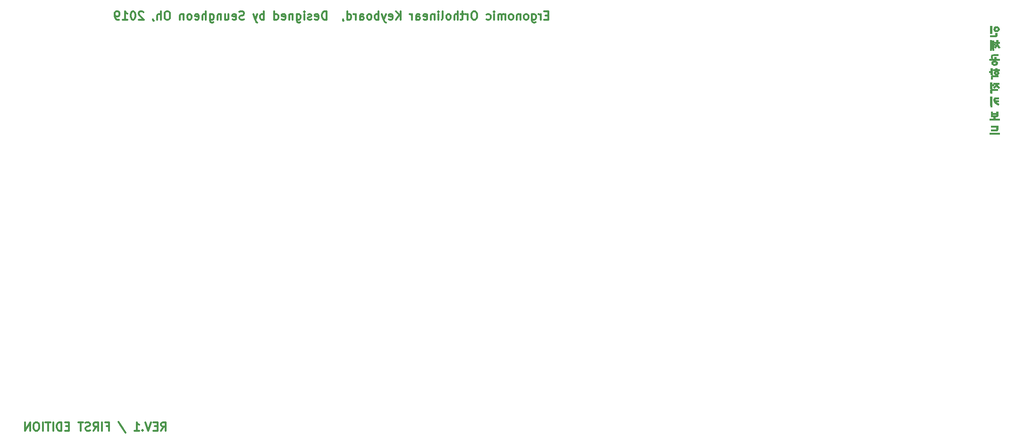
<source format=gbo>
G04 #@! TF.GenerationSoftware,KiCad,Pcbnew,(5.1.2)-1*
G04 #@! TF.CreationDate,2019-05-03T22:44:58-04:00*
G04 #@! TF.ProjectId,Ergonomic_Ortholinear_Keyboard,4572676f-6e6f-46d6-9963-5f4f7274686f,rev?*
G04 #@! TF.SameCoordinates,Original*
G04 #@! TF.FileFunction,Legend,Bot*
G04 #@! TF.FilePolarity,Positive*
%FSLAX46Y46*%
G04 Gerber Fmt 4.6, Leading zero omitted, Abs format (unit mm)*
G04 Created by KiCad (PCBNEW (5.1.2)-1) date 2019-05-03 22:44:58*
%MOMM*%
%LPD*%
G04 APERTURE LIST*
%ADD10C,0.300000*%
%ADD11C,0.010000*%
G04 APERTURE END LIST*
D10*
X55690000Y-104258571D02*
X56190000Y-103544285D01*
X56547142Y-104258571D02*
X56547142Y-102758571D01*
X55975714Y-102758571D01*
X55832857Y-102830000D01*
X55761428Y-102901428D01*
X55690000Y-103044285D01*
X55690000Y-103258571D01*
X55761428Y-103401428D01*
X55832857Y-103472857D01*
X55975714Y-103544285D01*
X56547142Y-103544285D01*
X55047142Y-103472857D02*
X54547142Y-103472857D01*
X54332857Y-104258571D02*
X55047142Y-104258571D01*
X55047142Y-102758571D01*
X54332857Y-102758571D01*
X53904285Y-102758571D02*
X53404285Y-104258571D01*
X52904285Y-102758571D01*
X52404285Y-104115714D02*
X52332857Y-104187142D01*
X52404285Y-104258571D01*
X52475714Y-104187142D01*
X52404285Y-104115714D01*
X52404285Y-104258571D01*
X50904285Y-104258571D02*
X51761428Y-104258571D01*
X51332857Y-104258571D02*
X51332857Y-102758571D01*
X51475714Y-102972857D01*
X51618571Y-103115714D01*
X51761428Y-103187142D01*
X48047142Y-102687142D02*
X49332857Y-104615714D01*
X45904285Y-103472857D02*
X46404285Y-103472857D01*
X46404285Y-104258571D02*
X46404285Y-102758571D01*
X45690000Y-102758571D01*
X45118571Y-104258571D02*
X45118571Y-102758571D01*
X43547142Y-104258571D02*
X44047142Y-103544285D01*
X44404285Y-104258571D02*
X44404285Y-102758571D01*
X43832857Y-102758571D01*
X43690000Y-102830000D01*
X43618571Y-102901428D01*
X43547142Y-103044285D01*
X43547142Y-103258571D01*
X43618571Y-103401428D01*
X43690000Y-103472857D01*
X43832857Y-103544285D01*
X44404285Y-103544285D01*
X42975714Y-104187142D02*
X42761428Y-104258571D01*
X42404285Y-104258571D01*
X42261428Y-104187142D01*
X42190000Y-104115714D01*
X42118571Y-103972857D01*
X42118571Y-103830000D01*
X42190000Y-103687142D01*
X42261428Y-103615714D01*
X42404285Y-103544285D01*
X42690000Y-103472857D01*
X42832857Y-103401428D01*
X42904285Y-103330000D01*
X42975714Y-103187142D01*
X42975714Y-103044285D01*
X42904285Y-102901428D01*
X42832857Y-102830000D01*
X42690000Y-102758571D01*
X42332857Y-102758571D01*
X42118571Y-102830000D01*
X41690000Y-102758571D02*
X40832857Y-102758571D01*
X41261428Y-104258571D02*
X41261428Y-102758571D01*
X39190000Y-103472857D02*
X38690000Y-103472857D01*
X38475714Y-104258571D02*
X39190000Y-104258571D01*
X39190000Y-102758571D01*
X38475714Y-102758571D01*
X37832857Y-104258571D02*
X37832857Y-102758571D01*
X37475714Y-102758571D01*
X37261428Y-102830000D01*
X37118571Y-102972857D01*
X37047142Y-103115714D01*
X36975714Y-103401428D01*
X36975714Y-103615714D01*
X37047142Y-103901428D01*
X37118571Y-104044285D01*
X37261428Y-104187142D01*
X37475714Y-104258571D01*
X37832857Y-104258571D01*
X36332857Y-104258571D02*
X36332857Y-102758571D01*
X35832857Y-102758571D02*
X34975714Y-102758571D01*
X35404285Y-104258571D02*
X35404285Y-102758571D01*
X34475714Y-104258571D02*
X34475714Y-102758571D01*
X33475714Y-102758571D02*
X33190000Y-102758571D01*
X33047142Y-102830000D01*
X32904285Y-102972857D01*
X32832857Y-103258571D01*
X32832857Y-103758571D01*
X32904285Y-104044285D01*
X33047142Y-104187142D01*
X33190000Y-104258571D01*
X33475714Y-104258571D01*
X33618571Y-104187142D01*
X33761428Y-104044285D01*
X33832857Y-103758571D01*
X33832857Y-103258571D01*
X33761428Y-102972857D01*
X33618571Y-102830000D01*
X33475714Y-102758571D01*
X32190000Y-104258571D02*
X32190000Y-102758571D01*
X31332857Y-104258571D01*
X31332857Y-102758571D01*
X125177142Y-29582857D02*
X124677142Y-29582857D01*
X124462857Y-30368571D02*
X125177142Y-30368571D01*
X125177142Y-28868571D01*
X124462857Y-28868571D01*
X123819999Y-30368571D02*
X123819999Y-29368571D01*
X123819999Y-29654285D02*
X123748571Y-29511428D01*
X123677142Y-29440000D01*
X123534285Y-29368571D01*
X123391428Y-29368571D01*
X122248571Y-29368571D02*
X122248571Y-30582857D01*
X122319999Y-30725714D01*
X122391428Y-30797142D01*
X122534285Y-30868571D01*
X122748571Y-30868571D01*
X122891428Y-30797142D01*
X122248571Y-30297142D02*
X122391428Y-30368571D01*
X122677142Y-30368571D01*
X122819999Y-30297142D01*
X122891428Y-30225714D01*
X122962857Y-30082857D01*
X122962857Y-29654285D01*
X122891428Y-29511428D01*
X122819999Y-29440000D01*
X122677142Y-29368571D01*
X122391428Y-29368571D01*
X122248571Y-29440000D01*
X121319999Y-30368571D02*
X121462857Y-30297142D01*
X121534285Y-30225714D01*
X121605714Y-30082857D01*
X121605714Y-29654285D01*
X121534285Y-29511428D01*
X121462857Y-29440000D01*
X121319999Y-29368571D01*
X121105714Y-29368571D01*
X120962857Y-29440000D01*
X120891428Y-29511428D01*
X120819999Y-29654285D01*
X120819999Y-30082857D01*
X120891428Y-30225714D01*
X120962857Y-30297142D01*
X121105714Y-30368571D01*
X121319999Y-30368571D01*
X120177142Y-29368571D02*
X120177142Y-30368571D01*
X120177142Y-29511428D02*
X120105714Y-29440000D01*
X119962857Y-29368571D01*
X119748571Y-29368571D01*
X119605714Y-29440000D01*
X119534285Y-29582857D01*
X119534285Y-30368571D01*
X118605714Y-30368571D02*
X118748571Y-30297142D01*
X118820000Y-30225714D01*
X118891428Y-30082857D01*
X118891428Y-29654285D01*
X118820000Y-29511428D01*
X118748571Y-29440000D01*
X118605714Y-29368571D01*
X118391428Y-29368571D01*
X118248571Y-29440000D01*
X118177142Y-29511428D01*
X118105714Y-29654285D01*
X118105714Y-30082857D01*
X118177142Y-30225714D01*
X118248571Y-30297142D01*
X118391428Y-30368571D01*
X118605714Y-30368571D01*
X117462857Y-30368571D02*
X117462857Y-29368571D01*
X117462857Y-29511428D02*
X117391428Y-29440000D01*
X117248571Y-29368571D01*
X117034285Y-29368571D01*
X116891428Y-29440000D01*
X116820000Y-29582857D01*
X116820000Y-30368571D01*
X116820000Y-29582857D02*
X116748571Y-29440000D01*
X116605714Y-29368571D01*
X116391428Y-29368571D01*
X116248571Y-29440000D01*
X116177142Y-29582857D01*
X116177142Y-30368571D01*
X115462857Y-30368571D02*
X115462857Y-29368571D01*
X115462857Y-28868571D02*
X115534285Y-28940000D01*
X115462857Y-29011428D01*
X115391428Y-28940000D01*
X115462857Y-28868571D01*
X115462857Y-29011428D01*
X114105714Y-30297142D02*
X114248571Y-30368571D01*
X114534285Y-30368571D01*
X114677142Y-30297142D01*
X114748571Y-30225714D01*
X114820000Y-30082857D01*
X114820000Y-29654285D01*
X114748571Y-29511428D01*
X114677142Y-29440000D01*
X114534285Y-29368571D01*
X114248571Y-29368571D01*
X114105714Y-29440000D01*
X112034285Y-28868571D02*
X111748571Y-28868571D01*
X111605714Y-28940000D01*
X111462857Y-29082857D01*
X111391428Y-29368571D01*
X111391428Y-29868571D01*
X111462857Y-30154285D01*
X111605714Y-30297142D01*
X111748571Y-30368571D01*
X112034285Y-30368571D01*
X112177142Y-30297142D01*
X112320000Y-30154285D01*
X112391428Y-29868571D01*
X112391428Y-29368571D01*
X112320000Y-29082857D01*
X112177142Y-28940000D01*
X112034285Y-28868571D01*
X110748571Y-30368571D02*
X110748571Y-29368571D01*
X110748571Y-29654285D02*
X110677142Y-29511428D01*
X110605714Y-29440000D01*
X110462857Y-29368571D01*
X110320000Y-29368571D01*
X110034285Y-29368571D02*
X109462857Y-29368571D01*
X109820000Y-28868571D02*
X109820000Y-30154285D01*
X109748571Y-30297142D01*
X109605714Y-30368571D01*
X109462857Y-30368571D01*
X108962857Y-30368571D02*
X108962857Y-28868571D01*
X108320000Y-30368571D02*
X108320000Y-29582857D01*
X108391428Y-29440000D01*
X108534285Y-29368571D01*
X108748571Y-29368571D01*
X108891428Y-29440000D01*
X108962857Y-29511428D01*
X107391428Y-30368571D02*
X107534285Y-30297142D01*
X107605714Y-30225714D01*
X107677142Y-30082857D01*
X107677142Y-29654285D01*
X107605714Y-29511428D01*
X107534285Y-29440000D01*
X107391428Y-29368571D01*
X107177142Y-29368571D01*
X107034285Y-29440000D01*
X106962857Y-29511428D01*
X106891428Y-29654285D01*
X106891428Y-30082857D01*
X106962857Y-30225714D01*
X107034285Y-30297142D01*
X107177142Y-30368571D01*
X107391428Y-30368571D01*
X106034285Y-30368571D02*
X106177142Y-30297142D01*
X106248571Y-30154285D01*
X106248571Y-28868571D01*
X105462857Y-30368571D02*
X105462857Y-29368571D01*
X105462857Y-28868571D02*
X105534285Y-28940000D01*
X105462857Y-29011428D01*
X105391428Y-28940000D01*
X105462857Y-28868571D01*
X105462857Y-29011428D01*
X104748571Y-29368571D02*
X104748571Y-30368571D01*
X104748571Y-29511428D02*
X104677142Y-29440000D01*
X104534285Y-29368571D01*
X104320000Y-29368571D01*
X104177142Y-29440000D01*
X104105714Y-29582857D01*
X104105714Y-30368571D01*
X102820000Y-30297142D02*
X102962857Y-30368571D01*
X103248571Y-30368571D01*
X103391428Y-30297142D01*
X103462857Y-30154285D01*
X103462857Y-29582857D01*
X103391428Y-29440000D01*
X103248571Y-29368571D01*
X102962857Y-29368571D01*
X102820000Y-29440000D01*
X102748571Y-29582857D01*
X102748571Y-29725714D01*
X103462857Y-29868571D01*
X101462857Y-30368571D02*
X101462857Y-29582857D01*
X101534285Y-29440000D01*
X101677142Y-29368571D01*
X101962857Y-29368571D01*
X102105714Y-29440000D01*
X101462857Y-30297142D02*
X101605714Y-30368571D01*
X101962857Y-30368571D01*
X102105714Y-30297142D01*
X102177142Y-30154285D01*
X102177142Y-30011428D01*
X102105714Y-29868571D01*
X101962857Y-29797142D01*
X101605714Y-29797142D01*
X101462857Y-29725714D01*
X100748571Y-30368571D02*
X100748571Y-29368571D01*
X100748571Y-29654285D02*
X100677142Y-29511428D01*
X100605714Y-29440000D01*
X100462857Y-29368571D01*
X100320000Y-29368571D01*
X98677142Y-30368571D02*
X98677142Y-28868571D01*
X97820000Y-30368571D02*
X98462857Y-29511428D01*
X97820000Y-28868571D02*
X98677142Y-29725714D01*
X96605714Y-30297142D02*
X96748571Y-30368571D01*
X97034285Y-30368571D01*
X97177142Y-30297142D01*
X97248571Y-30154285D01*
X97248571Y-29582857D01*
X97177142Y-29440000D01*
X97034285Y-29368571D01*
X96748571Y-29368571D01*
X96605714Y-29440000D01*
X96534285Y-29582857D01*
X96534285Y-29725714D01*
X97248571Y-29868571D01*
X96034285Y-29368571D02*
X95677142Y-30368571D01*
X95320000Y-29368571D02*
X95677142Y-30368571D01*
X95820000Y-30725714D01*
X95891428Y-30797142D01*
X96034285Y-30868571D01*
X94748571Y-30368571D02*
X94748571Y-28868571D01*
X94748571Y-29440000D02*
X94605714Y-29368571D01*
X94320000Y-29368571D01*
X94177142Y-29440000D01*
X94105714Y-29511428D01*
X94034285Y-29654285D01*
X94034285Y-30082857D01*
X94105714Y-30225714D01*
X94177142Y-30297142D01*
X94320000Y-30368571D01*
X94605714Y-30368571D01*
X94748571Y-30297142D01*
X93177142Y-30368571D02*
X93320000Y-30297142D01*
X93391428Y-30225714D01*
X93462857Y-30082857D01*
X93462857Y-29654285D01*
X93391428Y-29511428D01*
X93320000Y-29440000D01*
X93177142Y-29368571D01*
X92962857Y-29368571D01*
X92820000Y-29440000D01*
X92748571Y-29511428D01*
X92677142Y-29654285D01*
X92677142Y-30082857D01*
X92748571Y-30225714D01*
X92820000Y-30297142D01*
X92962857Y-30368571D01*
X93177142Y-30368571D01*
X91391428Y-30368571D02*
X91391428Y-29582857D01*
X91462857Y-29440000D01*
X91605714Y-29368571D01*
X91891428Y-29368571D01*
X92034285Y-29440000D01*
X91391428Y-30297142D02*
X91534285Y-30368571D01*
X91891428Y-30368571D01*
X92034285Y-30297142D01*
X92105714Y-30154285D01*
X92105714Y-30011428D01*
X92034285Y-29868571D01*
X91891428Y-29797142D01*
X91534285Y-29797142D01*
X91391428Y-29725714D01*
X90677142Y-30368571D02*
X90677142Y-29368571D01*
X90677142Y-29654285D02*
X90605714Y-29511428D01*
X90534285Y-29440000D01*
X90391428Y-29368571D01*
X90248571Y-29368571D01*
X89105714Y-30368571D02*
X89105714Y-28868571D01*
X89105714Y-30297142D02*
X89248571Y-30368571D01*
X89534285Y-30368571D01*
X89677142Y-30297142D01*
X89748571Y-30225714D01*
X89820000Y-30082857D01*
X89820000Y-29654285D01*
X89748571Y-29511428D01*
X89677142Y-29440000D01*
X89534285Y-29368571D01*
X89248571Y-29368571D01*
X89105714Y-29440000D01*
X88320000Y-30297142D02*
X88320000Y-30368571D01*
X88391428Y-30511428D01*
X88462857Y-30582857D01*
X85391428Y-30368571D02*
X85391428Y-28868571D01*
X85034285Y-28868571D01*
X84820000Y-28940000D01*
X84677142Y-29082857D01*
X84605714Y-29225714D01*
X84534285Y-29511428D01*
X84534285Y-29725714D01*
X84605714Y-30011428D01*
X84677142Y-30154285D01*
X84820000Y-30297142D01*
X85034285Y-30368571D01*
X85391428Y-30368571D01*
X83320000Y-30297142D02*
X83462857Y-30368571D01*
X83748571Y-30368571D01*
X83891428Y-30297142D01*
X83962857Y-30154285D01*
X83962857Y-29582857D01*
X83891428Y-29440000D01*
X83748571Y-29368571D01*
X83462857Y-29368571D01*
X83320000Y-29440000D01*
X83248571Y-29582857D01*
X83248571Y-29725714D01*
X83962857Y-29868571D01*
X82677142Y-30297142D02*
X82534285Y-30368571D01*
X82248571Y-30368571D01*
X82105714Y-30297142D01*
X82034285Y-30154285D01*
X82034285Y-30082857D01*
X82105714Y-29940000D01*
X82248571Y-29868571D01*
X82462857Y-29868571D01*
X82605714Y-29797142D01*
X82677142Y-29654285D01*
X82677142Y-29582857D01*
X82605714Y-29440000D01*
X82462857Y-29368571D01*
X82248571Y-29368571D01*
X82105714Y-29440000D01*
X81391428Y-30368571D02*
X81391428Y-29368571D01*
X81391428Y-28868571D02*
X81462857Y-28940000D01*
X81391428Y-29011428D01*
X81320000Y-28940000D01*
X81391428Y-28868571D01*
X81391428Y-29011428D01*
X80034285Y-29368571D02*
X80034285Y-30582857D01*
X80105714Y-30725714D01*
X80177142Y-30797142D01*
X80320000Y-30868571D01*
X80534285Y-30868571D01*
X80677142Y-30797142D01*
X80034285Y-30297142D02*
X80177142Y-30368571D01*
X80462857Y-30368571D01*
X80605714Y-30297142D01*
X80677142Y-30225714D01*
X80748571Y-30082857D01*
X80748571Y-29654285D01*
X80677142Y-29511428D01*
X80605714Y-29440000D01*
X80462857Y-29368571D01*
X80177142Y-29368571D01*
X80034285Y-29440000D01*
X79320000Y-29368571D02*
X79320000Y-30368571D01*
X79320000Y-29511428D02*
X79248571Y-29440000D01*
X79105714Y-29368571D01*
X78891428Y-29368571D01*
X78748571Y-29440000D01*
X78677142Y-29582857D01*
X78677142Y-30368571D01*
X77391428Y-30297142D02*
X77534285Y-30368571D01*
X77820000Y-30368571D01*
X77962857Y-30297142D01*
X78034285Y-30154285D01*
X78034285Y-29582857D01*
X77962857Y-29440000D01*
X77820000Y-29368571D01*
X77534285Y-29368571D01*
X77391428Y-29440000D01*
X77320000Y-29582857D01*
X77320000Y-29725714D01*
X78034285Y-29868571D01*
X76034285Y-30368571D02*
X76034285Y-28868571D01*
X76034285Y-30297142D02*
X76177142Y-30368571D01*
X76462857Y-30368571D01*
X76605714Y-30297142D01*
X76677142Y-30225714D01*
X76748571Y-30082857D01*
X76748571Y-29654285D01*
X76677142Y-29511428D01*
X76605714Y-29440000D01*
X76462857Y-29368571D01*
X76177142Y-29368571D01*
X76034285Y-29440000D01*
X74177142Y-30368571D02*
X74177142Y-28868571D01*
X74177142Y-29440000D02*
X74034285Y-29368571D01*
X73748571Y-29368571D01*
X73605714Y-29440000D01*
X73534285Y-29511428D01*
X73462857Y-29654285D01*
X73462857Y-30082857D01*
X73534285Y-30225714D01*
X73605714Y-30297142D01*
X73748571Y-30368571D01*
X74034285Y-30368571D01*
X74177142Y-30297142D01*
X72962857Y-29368571D02*
X72605714Y-30368571D01*
X72248571Y-29368571D02*
X72605714Y-30368571D01*
X72748571Y-30725714D01*
X72820000Y-30797142D01*
X72962857Y-30868571D01*
X70605714Y-30297142D02*
X70391428Y-30368571D01*
X70034285Y-30368571D01*
X69891428Y-30297142D01*
X69820000Y-30225714D01*
X69748571Y-30082857D01*
X69748571Y-29940000D01*
X69820000Y-29797142D01*
X69891428Y-29725714D01*
X70034285Y-29654285D01*
X70320000Y-29582857D01*
X70462857Y-29511428D01*
X70534285Y-29440000D01*
X70605714Y-29297142D01*
X70605714Y-29154285D01*
X70534285Y-29011428D01*
X70462857Y-28940000D01*
X70320000Y-28868571D01*
X69962857Y-28868571D01*
X69748571Y-28940000D01*
X68534285Y-30297142D02*
X68677142Y-30368571D01*
X68962857Y-30368571D01*
X69105714Y-30297142D01*
X69177142Y-30154285D01*
X69177142Y-29582857D01*
X69105714Y-29440000D01*
X68962857Y-29368571D01*
X68677142Y-29368571D01*
X68534285Y-29440000D01*
X68462857Y-29582857D01*
X68462857Y-29725714D01*
X69177142Y-29868571D01*
X67177142Y-29368571D02*
X67177142Y-30368571D01*
X67820000Y-29368571D02*
X67820000Y-30154285D01*
X67748571Y-30297142D01*
X67605714Y-30368571D01*
X67391428Y-30368571D01*
X67248571Y-30297142D01*
X67177142Y-30225714D01*
X66462857Y-29368571D02*
X66462857Y-30368571D01*
X66462857Y-29511428D02*
X66391428Y-29440000D01*
X66248571Y-29368571D01*
X66034285Y-29368571D01*
X65891428Y-29440000D01*
X65820000Y-29582857D01*
X65820000Y-30368571D01*
X64462857Y-29368571D02*
X64462857Y-30582857D01*
X64534285Y-30725714D01*
X64605714Y-30797142D01*
X64748571Y-30868571D01*
X64962857Y-30868571D01*
X65105714Y-30797142D01*
X64462857Y-30297142D02*
X64605714Y-30368571D01*
X64891428Y-30368571D01*
X65034285Y-30297142D01*
X65105714Y-30225714D01*
X65177142Y-30082857D01*
X65177142Y-29654285D01*
X65105714Y-29511428D01*
X65034285Y-29440000D01*
X64891428Y-29368571D01*
X64605714Y-29368571D01*
X64462857Y-29440000D01*
X63748571Y-30368571D02*
X63748571Y-28868571D01*
X63105714Y-30368571D02*
X63105714Y-29582857D01*
X63177142Y-29440000D01*
X63319999Y-29368571D01*
X63534285Y-29368571D01*
X63677142Y-29440000D01*
X63748571Y-29511428D01*
X61819999Y-30297142D02*
X61962857Y-30368571D01*
X62248571Y-30368571D01*
X62391428Y-30297142D01*
X62462857Y-30154285D01*
X62462857Y-29582857D01*
X62391428Y-29440000D01*
X62248571Y-29368571D01*
X61962857Y-29368571D01*
X61819999Y-29440000D01*
X61748571Y-29582857D01*
X61748571Y-29725714D01*
X62462857Y-29868571D01*
X60891428Y-30368571D02*
X61034285Y-30297142D01*
X61105714Y-30225714D01*
X61177142Y-30082857D01*
X61177142Y-29654285D01*
X61105714Y-29511428D01*
X61034285Y-29440000D01*
X60891428Y-29368571D01*
X60677142Y-29368571D01*
X60534285Y-29440000D01*
X60462857Y-29511428D01*
X60391428Y-29654285D01*
X60391428Y-30082857D01*
X60462857Y-30225714D01*
X60534285Y-30297142D01*
X60677142Y-30368571D01*
X60891428Y-30368571D01*
X59748571Y-29368571D02*
X59748571Y-30368571D01*
X59748571Y-29511428D02*
X59677142Y-29440000D01*
X59534285Y-29368571D01*
X59320000Y-29368571D01*
X59177142Y-29440000D01*
X59105714Y-29582857D01*
X59105714Y-30368571D01*
X56962857Y-28868571D02*
X56677142Y-28868571D01*
X56534285Y-28940000D01*
X56391428Y-29082857D01*
X56320000Y-29368571D01*
X56320000Y-29868571D01*
X56391428Y-30154285D01*
X56534285Y-30297142D01*
X56677142Y-30368571D01*
X56962857Y-30368571D01*
X57105714Y-30297142D01*
X57248571Y-30154285D01*
X57320000Y-29868571D01*
X57320000Y-29368571D01*
X57248571Y-29082857D01*
X57105714Y-28940000D01*
X56962857Y-28868571D01*
X55677142Y-30368571D02*
X55677142Y-28868571D01*
X55034285Y-30368571D02*
X55034285Y-29582857D01*
X55105714Y-29440000D01*
X55248571Y-29368571D01*
X55462857Y-29368571D01*
X55605714Y-29440000D01*
X55677142Y-29511428D01*
X54248571Y-30297142D02*
X54248571Y-30368571D01*
X54320000Y-30511428D01*
X54391428Y-30582857D01*
X52534285Y-29011428D02*
X52462857Y-28940000D01*
X52320000Y-28868571D01*
X51962857Y-28868571D01*
X51820000Y-28940000D01*
X51748571Y-29011428D01*
X51677142Y-29154285D01*
X51677142Y-29297142D01*
X51748571Y-29511428D01*
X52605714Y-30368571D01*
X51677142Y-30368571D01*
X50748571Y-28868571D02*
X50605714Y-28868571D01*
X50462857Y-28940000D01*
X50391428Y-29011428D01*
X50320000Y-29154285D01*
X50248571Y-29440000D01*
X50248571Y-29797142D01*
X50320000Y-30082857D01*
X50391428Y-30225714D01*
X50462857Y-30297142D01*
X50605714Y-30368571D01*
X50748571Y-30368571D01*
X50891428Y-30297142D01*
X50962857Y-30225714D01*
X51034285Y-30082857D01*
X51105714Y-29797142D01*
X51105714Y-29440000D01*
X51034285Y-29154285D01*
X50962857Y-29011428D01*
X50891428Y-28940000D01*
X50748571Y-28868571D01*
X48820000Y-30368571D02*
X49677142Y-30368571D01*
X49248571Y-30368571D02*
X49248571Y-28868571D01*
X49391428Y-29082857D01*
X49534285Y-29225714D01*
X49677142Y-29297142D01*
X48105714Y-30368571D02*
X47820000Y-30368571D01*
X47677142Y-30297142D01*
X47605714Y-30225714D01*
X47462857Y-30011428D01*
X47391428Y-29725714D01*
X47391428Y-29154285D01*
X47462857Y-29011428D01*
X47534285Y-28940000D01*
X47677142Y-28868571D01*
X47962857Y-28868571D01*
X48105714Y-28940000D01*
X48177142Y-29011428D01*
X48248571Y-29154285D01*
X48248571Y-29511428D01*
X48177142Y-29654285D01*
X48105714Y-29725714D01*
X47962857Y-29797142D01*
X47677142Y-29797142D01*
X47534285Y-29725714D01*
X47462857Y-29654285D01*
X47391428Y-29511428D01*
D11*
G36*
X205224233Y-50679019D02*
G01*
X204314066Y-50683400D01*
X204314066Y-50920467D01*
X205224233Y-50924847D01*
X206134399Y-50929227D01*
X206134399Y-50674639D01*
X205224233Y-50679019D01*
X205224233Y-50679019D01*
G37*
X205224233Y-50679019D02*
X204314066Y-50683400D01*
X204314066Y-50920467D01*
X205224233Y-50924847D01*
X206134399Y-50929227D01*
X206134399Y-50674639D01*
X205224233Y-50679019D01*
G36*
X205241166Y-49425896D02*
G01*
X204601933Y-49430333D01*
X204596793Y-49539964D01*
X204595693Y-49603531D01*
X204600875Y-49642309D01*
X204613968Y-49665054D01*
X204621196Y-49671197D01*
X204639642Y-49678103D01*
X204675922Y-49683507D01*
X204733038Y-49687543D01*
X204813992Y-49690341D01*
X204921786Y-49692034D01*
X205059421Y-49692754D01*
X205113169Y-49692800D01*
X205575600Y-49692800D01*
X205575600Y-49885558D01*
X205575274Y-49968777D01*
X205573531Y-50024236D01*
X205569227Y-50058045D01*
X205561213Y-50076309D01*
X205548344Y-50085135D01*
X205537500Y-50088527D01*
X205510810Y-50091265D01*
X205455149Y-50093743D01*
X205375411Y-50095857D01*
X205276492Y-50097503D01*
X205163286Y-50098575D01*
X205047432Y-50098969D01*
X204898018Y-50099694D01*
X204775825Y-50101666D01*
X204682385Y-50104826D01*
X204619229Y-50109116D01*
X204587888Y-50114479D01*
X204584789Y-50116473D01*
X204578925Y-50141909D01*
X204575048Y-50189295D01*
X204574114Y-50230116D01*
X204577323Y-50292860D01*
X204588366Y-50330637D01*
X204603960Y-50348309D01*
X204630439Y-50355293D01*
X204685495Y-50360989D01*
X204763862Y-50365410D01*
X204860275Y-50368568D01*
X204969468Y-50370473D01*
X205086176Y-50371138D01*
X205205133Y-50370576D01*
X205321074Y-50368796D01*
X205428734Y-50365813D01*
X205522847Y-50361636D01*
X205598148Y-50356278D01*
X205649372Y-50349752D01*
X205664660Y-50345930D01*
X205721107Y-50321896D01*
X205764732Y-50291243D01*
X205806962Y-50244779D01*
X205832423Y-50210959D01*
X205880400Y-50144919D01*
X205880400Y-49421459D01*
X205241166Y-49425896D01*
X205241166Y-49425896D01*
G37*
X205241166Y-49425896D02*
X204601933Y-49430333D01*
X204596793Y-49539964D01*
X204595693Y-49603531D01*
X204600875Y-49642309D01*
X204613968Y-49665054D01*
X204621196Y-49671197D01*
X204639642Y-49678103D01*
X204675922Y-49683507D01*
X204733038Y-49687543D01*
X204813992Y-49690341D01*
X204921786Y-49692034D01*
X205059421Y-49692754D01*
X205113169Y-49692800D01*
X205575600Y-49692800D01*
X205575600Y-49885558D01*
X205575274Y-49968777D01*
X205573531Y-50024236D01*
X205569227Y-50058045D01*
X205561213Y-50076309D01*
X205548344Y-50085135D01*
X205537500Y-50088527D01*
X205510810Y-50091265D01*
X205455149Y-50093743D01*
X205375411Y-50095857D01*
X205276492Y-50097503D01*
X205163286Y-50098575D01*
X205047432Y-50098969D01*
X204898018Y-50099694D01*
X204775825Y-50101666D01*
X204682385Y-50104826D01*
X204619229Y-50109116D01*
X204587888Y-50114479D01*
X204584789Y-50116473D01*
X204578925Y-50141909D01*
X204575048Y-50189295D01*
X204574114Y-50230116D01*
X204577323Y-50292860D01*
X204588366Y-50330637D01*
X204603960Y-50348309D01*
X204630439Y-50355293D01*
X204685495Y-50360989D01*
X204763862Y-50365410D01*
X204860275Y-50368568D01*
X204969468Y-50370473D01*
X205086176Y-50371138D01*
X205205133Y-50370576D01*
X205321074Y-50368796D01*
X205428734Y-50365813D01*
X205522847Y-50361636D01*
X205598148Y-50356278D01*
X205649372Y-50349752D01*
X205664660Y-50345930D01*
X205721107Y-50321896D01*
X205764732Y-50291243D01*
X205806962Y-50244779D01*
X205832423Y-50210959D01*
X205880400Y-50144919D01*
X205880400Y-49421459D01*
X205241166Y-49425896D01*
G36*
X205575600Y-47118933D02*
G01*
X204881333Y-47118933D01*
X204881333Y-46864933D01*
X204576533Y-46864933D01*
X204576533Y-47295936D01*
X204576968Y-47441048D01*
X204578584Y-47556025D01*
X204581845Y-47644592D01*
X204587217Y-47710474D01*
X204595164Y-47757395D01*
X204606150Y-47789080D01*
X204620642Y-47809253D01*
X204639103Y-47821639D01*
X204642326Y-47823092D01*
X204669441Y-47828411D01*
X204722532Y-47834016D01*
X204793725Y-47839213D01*
X204868633Y-47843044D01*
X205067600Y-47851241D01*
X205067600Y-48134285D01*
X204690833Y-48138843D01*
X204314066Y-48143400D01*
X204314066Y-48380467D01*
X205224233Y-48384847D01*
X206134399Y-48389227D01*
X206134399Y-48134933D01*
X205389333Y-48134933D01*
X205389333Y-47847067D01*
X205504278Y-47847067D01*
X205620946Y-47834628D01*
X205717721Y-47796165D01*
X205798297Y-47729958D01*
X205825123Y-47697583D01*
X205880400Y-47624300D01*
X205880400Y-47372933D01*
X205575600Y-47372933D01*
X205575600Y-47465225D01*
X205572487Y-47524983D01*
X205561654Y-47559615D01*
X205545966Y-47574777D01*
X205519084Y-47580683D01*
X205463337Y-47585669D01*
X205383719Y-47589479D01*
X205285225Y-47591856D01*
X205198833Y-47592552D01*
X204881333Y-47593067D01*
X204881333Y-47372933D01*
X205575600Y-47372933D01*
X205880400Y-47372933D01*
X205880400Y-46864933D01*
X205575600Y-46864933D01*
X205575600Y-47118933D01*
X205575600Y-47118933D01*
G37*
X205575600Y-47118933D02*
X204881333Y-47118933D01*
X204881333Y-46864933D01*
X204576533Y-46864933D01*
X204576533Y-47295936D01*
X204576968Y-47441048D01*
X204578584Y-47556025D01*
X204581845Y-47644592D01*
X204587217Y-47710474D01*
X204595164Y-47757395D01*
X204606150Y-47789080D01*
X204620642Y-47809253D01*
X204639103Y-47821639D01*
X204642326Y-47823092D01*
X204669441Y-47828411D01*
X204722532Y-47834016D01*
X204793725Y-47839213D01*
X204868633Y-47843044D01*
X205067600Y-47851241D01*
X205067600Y-48134285D01*
X204690833Y-48138843D01*
X204314066Y-48143400D01*
X204314066Y-48380467D01*
X205224233Y-48384847D01*
X206134399Y-48389227D01*
X206134399Y-48134933D01*
X205389333Y-48134933D01*
X205389333Y-47847067D01*
X205504278Y-47847067D01*
X205620946Y-47834628D01*
X205717721Y-47796165D01*
X205798297Y-47729958D01*
X205825123Y-47697583D01*
X205880400Y-47624300D01*
X205880400Y-47372933D01*
X205575600Y-47372933D01*
X205575600Y-47465225D01*
X205572487Y-47524983D01*
X205561654Y-47559615D01*
X205545966Y-47574777D01*
X205519084Y-47580683D01*
X205463337Y-47585669D01*
X205383719Y-47589479D01*
X205285225Y-47591856D01*
X205198833Y-47592552D01*
X204881333Y-47593067D01*
X204881333Y-47372933D01*
X205575600Y-47372933D01*
X205880400Y-47372933D01*
X205880400Y-46864933D01*
X205575600Y-46864933D01*
X205575600Y-47118933D01*
G36*
X204474933Y-45108946D02*
G01*
X204475133Y-45318253D01*
X204475765Y-45495711D01*
X204476872Y-45643336D01*
X204478502Y-45763145D01*
X204480697Y-45857152D01*
X204483505Y-45927373D01*
X204486970Y-45975826D01*
X204491137Y-46004524D01*
X204495253Y-46014880D01*
X204520576Y-46024184D01*
X204568376Y-46030942D01*
X204627765Y-46034795D01*
X204687859Y-46035383D01*
X204737770Y-46032346D01*
X204766614Y-46025324D01*
X204768444Y-46023911D01*
X204770598Y-46005298D01*
X204772618Y-45955989D01*
X204774463Y-45879158D01*
X204776095Y-45777975D01*
X204777473Y-45655611D01*
X204778559Y-45515239D01*
X204779312Y-45360031D01*
X204779693Y-45193157D01*
X204779733Y-45117978D01*
X204779733Y-44223333D01*
X204474933Y-44223333D01*
X204474933Y-45108946D01*
X204474933Y-45108946D01*
G37*
X204474933Y-45108946D02*
X204475133Y-45318253D01*
X204475765Y-45495711D01*
X204476872Y-45643336D01*
X204478502Y-45763145D01*
X204480697Y-45857152D01*
X204483505Y-45927373D01*
X204486970Y-45975826D01*
X204491137Y-46004524D01*
X204495253Y-46014880D01*
X204520576Y-46024184D01*
X204568376Y-46030942D01*
X204627765Y-46034795D01*
X204687859Y-46035383D01*
X204737770Y-46032346D01*
X204766614Y-46025324D01*
X204768444Y-46023911D01*
X204770598Y-46005298D01*
X204772618Y-45955989D01*
X204774463Y-45879158D01*
X204776095Y-45777975D01*
X204777473Y-45655611D01*
X204778559Y-45515239D01*
X204779312Y-45360031D01*
X204779693Y-45193157D01*
X204779733Y-45117978D01*
X204779733Y-44223333D01*
X204474933Y-44223333D01*
X204474933Y-45108946D01*
G36*
X205166625Y-44430766D02*
G01*
X205102846Y-44503891D01*
X205061873Y-44565431D01*
X205039537Y-44624277D01*
X205031667Y-44689320D01*
X205031625Y-44718579D01*
X205051893Y-44879261D01*
X205104878Y-45036061D01*
X205189517Y-45187518D01*
X205304748Y-45332170D01*
X205449507Y-45468557D01*
X205622731Y-45595218D01*
X205707145Y-45647170D01*
X205785758Y-45689473D01*
X205844311Y-45710134D01*
X205889061Y-45708834D01*
X205926259Y-45685251D01*
X205962160Y-45639066D01*
X205965439Y-45633951D01*
X205993598Y-45584852D01*
X206011902Y-45543926D01*
X206015866Y-45527067D01*
X206001988Y-45506582D01*
X205963268Y-45472496D01*
X205904076Y-45428343D01*
X205840462Y-45385230D01*
X205762547Y-45331826D01*
X205686303Y-45275143D01*
X205621350Y-45222571D01*
X205582865Y-45187314D01*
X205500673Y-45103866D01*
X205982000Y-45103866D01*
X205982000Y-44849866D01*
X205669732Y-44849866D01*
X205560047Y-44848992D01*
X205468850Y-44846511D01*
X205400275Y-44842635D01*
X205358457Y-44837575D01*
X205347249Y-44833337D01*
X205339457Y-44807935D01*
X205330993Y-44761639D01*
X205326957Y-44731737D01*
X205316882Y-44646666D01*
X205982000Y-44646666D01*
X205982000Y-44375733D01*
X205218090Y-44375733D01*
X205166625Y-44430766D01*
X205166625Y-44430766D01*
G37*
X205166625Y-44430766D02*
X205102846Y-44503891D01*
X205061873Y-44565431D01*
X205039537Y-44624277D01*
X205031667Y-44689320D01*
X205031625Y-44718579D01*
X205051893Y-44879261D01*
X205104878Y-45036061D01*
X205189517Y-45187518D01*
X205304748Y-45332170D01*
X205449507Y-45468557D01*
X205622731Y-45595218D01*
X205707145Y-45647170D01*
X205785758Y-45689473D01*
X205844311Y-45710134D01*
X205889061Y-45708834D01*
X205926259Y-45685251D01*
X205962160Y-45639066D01*
X205965439Y-45633951D01*
X205993598Y-45584852D01*
X206011902Y-45543926D01*
X206015866Y-45527067D01*
X206001988Y-45506582D01*
X205963268Y-45472496D01*
X205904076Y-45428343D01*
X205840462Y-45385230D01*
X205762547Y-45331826D01*
X205686303Y-45275143D01*
X205621350Y-45222571D01*
X205582865Y-45187314D01*
X205500673Y-45103866D01*
X205982000Y-45103866D01*
X205982000Y-44849866D01*
X205669732Y-44849866D01*
X205560047Y-44848992D01*
X205468850Y-44846511D01*
X205400275Y-44842635D01*
X205358457Y-44837575D01*
X205347249Y-44833337D01*
X205339457Y-44807935D01*
X205330993Y-44761639D01*
X205326957Y-44731737D01*
X205316882Y-44646666D01*
X205982000Y-44646666D01*
X205982000Y-44375733D01*
X205218090Y-44375733D01*
X205166625Y-44430766D01*
G36*
X204501293Y-42872434D02*
G01*
X204491919Y-42891304D01*
X204484976Y-42920451D01*
X204480136Y-42964518D01*
X204477069Y-43028143D01*
X204475445Y-43115967D01*
X204474935Y-43232631D01*
X204474933Y-43243583D01*
X204475437Y-43347875D01*
X204476842Y-43441605D01*
X204478987Y-43519102D01*
X204481709Y-43574698D01*
X204484847Y-43602723D01*
X204485211Y-43603882D01*
X204497839Y-43618051D01*
X204526713Y-43626371D01*
X204578482Y-43630103D01*
X204626322Y-43630666D01*
X204689941Y-43629298D01*
X204739750Y-43625675D01*
X204766629Y-43620521D01*
X204768444Y-43619378D01*
X204772350Y-43599353D01*
X204775670Y-43551592D01*
X204778149Y-43482226D01*
X204779532Y-43397382D01*
X204779733Y-43348444D01*
X204779733Y-43088800D01*
X205761866Y-43088800D01*
X205761866Y-42834800D01*
X204527653Y-42834800D01*
X204501293Y-42872434D01*
X204501293Y-42872434D01*
G37*
X204501293Y-42872434D02*
X204491919Y-42891304D01*
X204484976Y-42920451D01*
X204480136Y-42964518D01*
X204477069Y-43028143D01*
X204475445Y-43115967D01*
X204474935Y-43232631D01*
X204474933Y-43243583D01*
X204475437Y-43347875D01*
X204476842Y-43441605D01*
X204478987Y-43519102D01*
X204481709Y-43574698D01*
X204484847Y-43602723D01*
X204485211Y-43603882D01*
X204497839Y-43618051D01*
X204526713Y-43626371D01*
X204578482Y-43630103D01*
X204626322Y-43630666D01*
X204689941Y-43629298D01*
X204739750Y-43625675D01*
X204766629Y-43620521D01*
X204768444Y-43619378D01*
X204772350Y-43599353D01*
X204775670Y-43551592D01*
X204778149Y-43482226D01*
X204779532Y-43397382D01*
X204779733Y-43348444D01*
X204779733Y-43088800D01*
X205761866Y-43088800D01*
X205761866Y-42834800D01*
X204527653Y-42834800D01*
X204501293Y-42872434D01*
G36*
X204458000Y-42187946D02*
G01*
X204458396Y-42347930D01*
X204459647Y-42476452D01*
X204461841Y-42575910D01*
X204465068Y-42648701D01*
X204469418Y-42697221D01*
X204474982Y-42723869D01*
X204478319Y-42729813D01*
X204506090Y-42740898D01*
X204557863Y-42748131D01*
X204610400Y-42750133D01*
X204674398Y-42747099D01*
X204722279Y-42739001D01*
X204742480Y-42729813D01*
X204752506Y-42702306D01*
X204759126Y-42642822D01*
X204762399Y-42550666D01*
X204762800Y-42492746D01*
X204762800Y-42276000D01*
X205118400Y-42276000D01*
X205118400Y-42022000D01*
X204762800Y-42022000D01*
X204762800Y-41666400D01*
X204458000Y-41666400D01*
X204458000Y-42187946D01*
X204458000Y-42187946D01*
G37*
X204458000Y-42187946D02*
X204458396Y-42347930D01*
X204459647Y-42476452D01*
X204461841Y-42575910D01*
X204465068Y-42648701D01*
X204469418Y-42697221D01*
X204474982Y-42723869D01*
X204478319Y-42729813D01*
X204506090Y-42740898D01*
X204557863Y-42748131D01*
X204610400Y-42750133D01*
X204674398Y-42747099D01*
X204722279Y-42739001D01*
X204742480Y-42729813D01*
X204752506Y-42702306D01*
X204759126Y-42642822D01*
X204762399Y-42550666D01*
X204762800Y-42492746D01*
X204762800Y-42276000D01*
X205118400Y-42276000D01*
X205118400Y-42022000D01*
X204762800Y-42022000D01*
X204762800Y-41666400D01*
X204458000Y-41666400D01*
X204458000Y-42187946D01*
G36*
X205065219Y-41789167D02*
G01*
X205062418Y-41847836D01*
X205064310Y-41897505D01*
X205070716Y-41928550D01*
X205086575Y-41949436D01*
X205117568Y-41962132D01*
X205169375Y-41968609D01*
X205247677Y-41970836D01*
X205276174Y-41970969D01*
X205342242Y-41971535D01*
X205380804Y-41974292D01*
X205398221Y-41981257D01*
X205400855Y-41994447D01*
X205397057Y-42009300D01*
X205350095Y-42117573D01*
X205274079Y-42224921D01*
X205167253Y-42333585D01*
X205095194Y-42394352D01*
X205048163Y-42435365D01*
X205014106Y-42471753D01*
X204999935Y-42496064D01*
X204999866Y-42497138D01*
X205012302Y-42532196D01*
X205043603Y-42575956D01*
X205084763Y-42619020D01*
X205126775Y-42651988D01*
X205160630Y-42665460D01*
X205161173Y-42665466D01*
X205197658Y-42653455D01*
X205249784Y-42620916D01*
X205311219Y-42573095D01*
X205375633Y-42515234D01*
X205436693Y-42452578D01*
X205479266Y-42402016D01*
X205549085Y-42311781D01*
X205577550Y-42355174D01*
X205614032Y-42402974D01*
X205665424Y-42460134D01*
X205726174Y-42521583D01*
X205790734Y-42582252D01*
X205853555Y-42637068D01*
X205909085Y-42680963D01*
X205951776Y-42708865D01*
X205972770Y-42716266D01*
X206000301Y-42706483D01*
X206036813Y-42682873D01*
X206037773Y-42682122D01*
X206079980Y-42640907D01*
X206115021Y-42592667D01*
X206137444Y-42546751D01*
X206141793Y-42512505D01*
X206139731Y-42507375D01*
X206121027Y-42486169D01*
X206083134Y-42450052D01*
X206033048Y-42405590D01*
X206013410Y-42388831D01*
X205912884Y-42297072D01*
X205836833Y-42210713D01*
X205778576Y-42121871D01*
X205764120Y-42094641D01*
X205738719Y-42041961D01*
X205728625Y-42006909D01*
X205737709Y-41985896D01*
X205769845Y-41975333D01*
X205828904Y-41971632D01*
X205897333Y-41971200D01*
X206066666Y-41971200D01*
X206066666Y-41734133D01*
X205071305Y-41734133D01*
X205065219Y-41789167D01*
X205065219Y-41789167D01*
G37*
X205065219Y-41789167D02*
X205062418Y-41847836D01*
X205064310Y-41897505D01*
X205070716Y-41928550D01*
X205086575Y-41949436D01*
X205117568Y-41962132D01*
X205169375Y-41968609D01*
X205247677Y-41970836D01*
X205276174Y-41970969D01*
X205342242Y-41971535D01*
X205380804Y-41974292D01*
X205398221Y-41981257D01*
X205400855Y-41994447D01*
X205397057Y-42009300D01*
X205350095Y-42117573D01*
X205274079Y-42224921D01*
X205167253Y-42333585D01*
X205095194Y-42394352D01*
X205048163Y-42435365D01*
X205014106Y-42471753D01*
X204999935Y-42496064D01*
X204999866Y-42497138D01*
X205012302Y-42532196D01*
X205043603Y-42575956D01*
X205084763Y-42619020D01*
X205126775Y-42651988D01*
X205160630Y-42665460D01*
X205161173Y-42665466D01*
X205197658Y-42653455D01*
X205249784Y-42620916D01*
X205311219Y-42573095D01*
X205375633Y-42515234D01*
X205436693Y-42452578D01*
X205479266Y-42402016D01*
X205549085Y-42311781D01*
X205577550Y-42355174D01*
X205614032Y-42402974D01*
X205665424Y-42460134D01*
X205726174Y-42521583D01*
X205790734Y-42582252D01*
X205853555Y-42637068D01*
X205909085Y-42680963D01*
X205951776Y-42708865D01*
X205972770Y-42716266D01*
X206000301Y-42706483D01*
X206036813Y-42682873D01*
X206037773Y-42682122D01*
X206079980Y-42640907D01*
X206115021Y-42592667D01*
X206137444Y-42546751D01*
X206141793Y-42512505D01*
X206139731Y-42507375D01*
X206121027Y-42486169D01*
X206083134Y-42450052D01*
X206033048Y-42405590D01*
X206013410Y-42388831D01*
X205912884Y-42297072D01*
X205836833Y-42210713D01*
X205778576Y-42121871D01*
X205764120Y-42094641D01*
X205738719Y-42041961D01*
X205728625Y-42006909D01*
X205737709Y-41985896D01*
X205769845Y-41975333D01*
X205828904Y-41971632D01*
X205897333Y-41971200D01*
X206066666Y-41971200D01*
X206066666Y-41734133D01*
X205071305Y-41734133D01*
X205065219Y-41789167D01*
G36*
X205075412Y-40413392D02*
G01*
X204943854Y-40413684D01*
X204839549Y-40414381D01*
X204759188Y-40415655D01*
X204699464Y-40417678D01*
X204657069Y-40420622D01*
X204628697Y-40424659D01*
X204611040Y-40429961D01*
X204600791Y-40436700D01*
X204594642Y-40445048D01*
X204593670Y-40446820D01*
X204586878Y-40477828D01*
X204582234Y-40539550D01*
X204579861Y-40628893D01*
X204579882Y-40742765D01*
X204580374Y-40781253D01*
X204585000Y-41082200D01*
X204721248Y-41087062D01*
X204786266Y-41087945D01*
X204837707Y-41085962D01*
X204866642Y-41081541D01*
X204869415Y-41080007D01*
X204874074Y-41059309D01*
X204877880Y-41011870D01*
X204880432Y-40944812D01*
X204881333Y-40867711D01*
X204881333Y-40667333D01*
X205863466Y-40667333D01*
X205863466Y-40413333D01*
X205237529Y-40413333D01*
X205075412Y-40413392D01*
X205075412Y-40413392D01*
G37*
X205075412Y-40413392D02*
X204943854Y-40413684D01*
X204839549Y-40414381D01*
X204759188Y-40415655D01*
X204699464Y-40417678D01*
X204657069Y-40420622D01*
X204628697Y-40424659D01*
X204611040Y-40429961D01*
X204600791Y-40436700D01*
X204594642Y-40445048D01*
X204593670Y-40446820D01*
X204586878Y-40477828D01*
X204582234Y-40539550D01*
X204579861Y-40628893D01*
X204579882Y-40742765D01*
X204580374Y-40781253D01*
X204585000Y-41082200D01*
X204721248Y-41087062D01*
X204786266Y-41087945D01*
X204837707Y-41085962D01*
X204866642Y-41081541D01*
X204869415Y-41080007D01*
X204874074Y-41059309D01*
X204877880Y-41011870D01*
X204880432Y-40944812D01*
X204881333Y-40867711D01*
X204881333Y-40667333D01*
X205863466Y-40667333D01*
X205863466Y-40413333D01*
X205237529Y-40413333D01*
X205075412Y-40413392D01*
G36*
X204559600Y-39600533D02*
G01*
X204237866Y-39600533D01*
X204237866Y-39854533D01*
X204559600Y-39854533D01*
X204559600Y-40074071D01*
X204560015Y-40164705D01*
X204561798Y-40227317D01*
X204565757Y-40267746D01*
X204572698Y-40291834D01*
X204583427Y-40305419D01*
X204592353Y-40311137D01*
X204630049Y-40321263D01*
X204686735Y-40326422D01*
X204747853Y-40326272D01*
X204798843Y-40320473D01*
X204813600Y-40316324D01*
X204844057Y-40296555D01*
X204851440Y-40288027D01*
X204854403Y-40267203D01*
X204857128Y-40216586D01*
X204859529Y-40140250D01*
X204861517Y-40042269D01*
X204863005Y-39926716D01*
X204863905Y-39797665D01*
X204864140Y-39697900D01*
X204864400Y-39126400D01*
X204559600Y-39126400D01*
X204559600Y-39600533D01*
X204559600Y-39600533D01*
G37*
X204559600Y-39600533D02*
X204237866Y-39600533D01*
X204237866Y-39854533D01*
X204559600Y-39854533D01*
X204559600Y-40074071D01*
X204560015Y-40164705D01*
X204561798Y-40227317D01*
X204565757Y-40267746D01*
X204572698Y-40291834D01*
X204583427Y-40305419D01*
X204592353Y-40311137D01*
X204630049Y-40321263D01*
X204686735Y-40326422D01*
X204747853Y-40326272D01*
X204798843Y-40320473D01*
X204813600Y-40316324D01*
X204844057Y-40296555D01*
X204851440Y-40288027D01*
X204854403Y-40267203D01*
X204857128Y-40216586D01*
X204859529Y-40140250D01*
X204861517Y-40042269D01*
X204863005Y-39926716D01*
X204863905Y-39797665D01*
X204864140Y-39697900D01*
X204864400Y-39126400D01*
X204559600Y-39126400D01*
X204559600Y-39600533D01*
G36*
X205441301Y-39571853D02*
G01*
X205387659Y-39583159D01*
X205361493Y-39592098D01*
X205261877Y-39644933D01*
X205184328Y-39716279D01*
X205131332Y-39801222D01*
X205105374Y-39894850D01*
X205108943Y-39992249D01*
X205127764Y-40054044D01*
X205184136Y-40147178D01*
X205265064Y-40219110D01*
X205367757Y-40268609D01*
X205489422Y-40294448D01*
X205627266Y-40295395D01*
X205666668Y-40291254D01*
X205782790Y-40261647D01*
X205880760Y-40206028D01*
X205956666Y-40126736D01*
X205966380Y-40112201D01*
X206007966Y-40017492D01*
X206018188Y-39924093D01*
X205724324Y-39924093D01*
X205721374Y-39944556D01*
X205695701Y-40005839D01*
X205646492Y-40043320D01*
X205572956Y-40057560D01*
X205562115Y-40057733D01*
X205497488Y-40050576D01*
X205451744Y-40026498D01*
X205445458Y-40020915D01*
X205412898Y-39969520D01*
X205408982Y-39910327D01*
X205433852Y-39853828D01*
X205443085Y-39842925D01*
X205493650Y-39811510D01*
X205558469Y-39800831D01*
X205625186Y-39810672D01*
X205681446Y-39840820D01*
X205688328Y-39847189D01*
X205718109Y-39885281D01*
X205724324Y-39924093D01*
X206018188Y-39924093D01*
X206018790Y-39918596D01*
X206000423Y-39821400D01*
X205954439Y-39731792D01*
X205882407Y-39655658D01*
X205835984Y-39623818D01*
X205790904Y-39600114D01*
X205746741Y-39584953D01*
X205692725Y-39575888D01*
X205618088Y-39570470D01*
X205596944Y-39569485D01*
X205507590Y-39567628D01*
X205441301Y-39571853D01*
X205441301Y-39571853D01*
G37*
X205441301Y-39571853D02*
X205387659Y-39583159D01*
X205361493Y-39592098D01*
X205261877Y-39644933D01*
X205184328Y-39716279D01*
X205131332Y-39801222D01*
X205105374Y-39894850D01*
X205108943Y-39992249D01*
X205127764Y-40054044D01*
X205184136Y-40147178D01*
X205265064Y-40219110D01*
X205367757Y-40268609D01*
X205489422Y-40294448D01*
X205627266Y-40295395D01*
X205666668Y-40291254D01*
X205782790Y-40261647D01*
X205880760Y-40206028D01*
X205956666Y-40126736D01*
X205966380Y-40112201D01*
X206007966Y-40017492D01*
X206018188Y-39924093D01*
X205724324Y-39924093D01*
X205721374Y-39944556D01*
X205695701Y-40005839D01*
X205646492Y-40043320D01*
X205572956Y-40057560D01*
X205562115Y-40057733D01*
X205497488Y-40050576D01*
X205451744Y-40026498D01*
X205445458Y-40020915D01*
X205412898Y-39969520D01*
X205408982Y-39910327D01*
X205433852Y-39853828D01*
X205443085Y-39842925D01*
X205493650Y-39811510D01*
X205558469Y-39800831D01*
X205625186Y-39810672D01*
X205681446Y-39840820D01*
X205688328Y-39847189D01*
X205718109Y-39885281D01*
X205724324Y-39924093D01*
X206018188Y-39924093D01*
X206018790Y-39918596D01*
X206000423Y-39821400D01*
X205954439Y-39731792D01*
X205882407Y-39655658D01*
X205835984Y-39623818D01*
X205790904Y-39600114D01*
X205746741Y-39584953D01*
X205692725Y-39575888D01*
X205618088Y-39570470D01*
X205596944Y-39569485D01*
X205507590Y-39567628D01*
X205441301Y-39571853D01*
G36*
X205406266Y-39278800D02*
G01*
X205000511Y-39278800D01*
X204989656Y-39322052D01*
X204985333Y-39365018D01*
X204988030Y-39417815D01*
X204996168Y-39466192D01*
X205008170Y-39495901D01*
X205008999Y-39496798D01*
X205027896Y-39499508D01*
X205076574Y-39502262D01*
X205150950Y-39504948D01*
X205246938Y-39507451D01*
X205360455Y-39509660D01*
X205487414Y-39511460D01*
X205568523Y-39512299D01*
X206117466Y-39517198D01*
X206117466Y-39278800D01*
X205711066Y-39278800D01*
X205711066Y-39092533D01*
X205406266Y-39092533D01*
X205406266Y-39278800D01*
X205406266Y-39278800D01*
G37*
X205406266Y-39278800D02*
X205000511Y-39278800D01*
X204989656Y-39322052D01*
X204985333Y-39365018D01*
X204988030Y-39417815D01*
X204996168Y-39466192D01*
X205008170Y-39495901D01*
X205008999Y-39496798D01*
X205027896Y-39499508D01*
X205076574Y-39502262D01*
X205150950Y-39504948D01*
X205246938Y-39507451D01*
X205360455Y-39509660D01*
X205487414Y-39511460D01*
X205568523Y-39512299D01*
X206117466Y-39517198D01*
X206117466Y-39278800D01*
X205711066Y-39278800D01*
X205711066Y-39092533D01*
X205406266Y-39092533D01*
X205406266Y-39278800D01*
G36*
X205221420Y-37739697D02*
G01*
X205194957Y-37740594D01*
X205111917Y-37744623D01*
X205051602Y-37751122D01*
X205002873Y-37762600D01*
X204954590Y-37781569D01*
X204904318Y-37806098D01*
X204801887Y-37873532D01*
X204727307Y-37955415D01*
X204681704Y-38048036D01*
X204666205Y-38147687D01*
X204681936Y-38250656D01*
X204730023Y-38353234D01*
X204735609Y-38361773D01*
X204778143Y-38414624D01*
X204832084Y-38458205D01*
X204904941Y-38499686D01*
X204958717Y-38526004D01*
X205002810Y-38543332D01*
X205047242Y-38553750D01*
X205102035Y-38559334D01*
X205177210Y-38562162D01*
X205209741Y-38562876D01*
X205302348Y-38563480D01*
X205371459Y-38560140D01*
X205427325Y-38551717D01*
X205480200Y-38537072D01*
X205498492Y-38530766D01*
X205602999Y-38478335D01*
X205679119Y-38414893D01*
X205748398Y-38325176D01*
X205786784Y-38229172D01*
X205795568Y-38131141D01*
X205795375Y-38130190D01*
X205485682Y-38130190D01*
X205482665Y-38190018D01*
X205447210Y-38247324D01*
X205383123Y-38298054D01*
X205324814Y-38319713D01*
X205249085Y-38329835D01*
X205170513Y-38327987D01*
X205103673Y-38313732D01*
X205087885Y-38306867D01*
X205020361Y-38257965D01*
X204983252Y-38197696D01*
X204976160Y-38152733D01*
X204991555Y-38085568D01*
X205035210Y-38032004D01*
X205103330Y-37994717D01*
X205192120Y-37976380D01*
X205228466Y-37974933D01*
X205325822Y-37985513D01*
X205401487Y-38018739D01*
X205455571Y-38070012D01*
X205485682Y-38130190D01*
X205795375Y-38130190D01*
X205776042Y-38035339D01*
X205729496Y-37946024D01*
X205657220Y-37867453D01*
X205560507Y-37803885D01*
X205484284Y-37772338D01*
X205422699Y-37753944D01*
X205366293Y-37743243D01*
X205303166Y-37738929D01*
X205221420Y-37739697D01*
X205221420Y-37739697D01*
G37*
X205221420Y-37739697D02*
X205194957Y-37740594D01*
X205111917Y-37744623D01*
X205051602Y-37751122D01*
X205002873Y-37762600D01*
X204954590Y-37781569D01*
X204904318Y-37806098D01*
X204801887Y-37873532D01*
X204727307Y-37955415D01*
X204681704Y-38048036D01*
X204666205Y-38147687D01*
X204681936Y-38250656D01*
X204730023Y-38353234D01*
X204735609Y-38361773D01*
X204778143Y-38414624D01*
X204832084Y-38458205D01*
X204904941Y-38499686D01*
X204958717Y-38526004D01*
X205002810Y-38543332D01*
X205047242Y-38553750D01*
X205102035Y-38559334D01*
X205177210Y-38562162D01*
X205209741Y-38562876D01*
X205302348Y-38563480D01*
X205371459Y-38560140D01*
X205427325Y-38551717D01*
X205480200Y-38537072D01*
X205498492Y-38530766D01*
X205602999Y-38478335D01*
X205679119Y-38414893D01*
X205748398Y-38325176D01*
X205786784Y-38229172D01*
X205795568Y-38131141D01*
X205795375Y-38130190D01*
X205485682Y-38130190D01*
X205482665Y-38190018D01*
X205447210Y-38247324D01*
X205383123Y-38298054D01*
X205324814Y-38319713D01*
X205249085Y-38329835D01*
X205170513Y-38327987D01*
X205103673Y-38313732D01*
X205087885Y-38306867D01*
X205020361Y-38257965D01*
X204983252Y-38197696D01*
X204976160Y-38152733D01*
X204991555Y-38085568D01*
X205035210Y-38032004D01*
X205103330Y-37994717D01*
X205192120Y-37976380D01*
X205228466Y-37974933D01*
X205325822Y-37985513D01*
X205401487Y-38018739D01*
X205455571Y-38070012D01*
X205485682Y-38130190D01*
X205795375Y-38130190D01*
X205776042Y-38035339D01*
X205729496Y-37946024D01*
X205657220Y-37867453D01*
X205560507Y-37803885D01*
X205484284Y-37772338D01*
X205422699Y-37753944D01*
X205366293Y-37743243D01*
X205303166Y-37738929D01*
X205221420Y-37739697D01*
G36*
X205220000Y-37398647D02*
G01*
X204767033Y-37403157D01*
X204314066Y-37407666D01*
X204308985Y-37505130D01*
X204307266Y-37560665D01*
X204311690Y-37592067D01*
X204325554Y-37608948D01*
X204348187Y-37619430D01*
X204375590Y-37623323D01*
X204434932Y-37626774D01*
X204524292Y-37629747D01*
X204641743Y-37632207D01*
X204785364Y-37634118D01*
X204953229Y-37635446D01*
X205143415Y-37636154D01*
X205263435Y-37636266D01*
X206134399Y-37636266D01*
X206134399Y-37399200D01*
X205524800Y-37399200D01*
X205524800Y-37094400D01*
X205220000Y-37094400D01*
X205220000Y-37398647D01*
X205220000Y-37398647D01*
G37*
X205220000Y-37398647D02*
X204767033Y-37403157D01*
X204314066Y-37407666D01*
X204308985Y-37505130D01*
X204307266Y-37560665D01*
X204311690Y-37592067D01*
X204325554Y-37608948D01*
X204348187Y-37619430D01*
X204375590Y-37623323D01*
X204434932Y-37626774D01*
X204524292Y-37629747D01*
X204641743Y-37632207D01*
X204785364Y-37634118D01*
X204953229Y-37635446D01*
X205143415Y-37636154D01*
X205263435Y-37636266D01*
X206134399Y-37636266D01*
X206134399Y-37399200D01*
X205524800Y-37399200D01*
X205524800Y-37094400D01*
X205220000Y-37094400D01*
X205220000Y-37398647D01*
G36*
X205182605Y-36603625D02*
G01*
X205057963Y-36604596D01*
X204960350Y-36606390D01*
X204886350Y-36609148D01*
X204832544Y-36613014D01*
X204795517Y-36618130D01*
X204771851Y-36624639D01*
X204766192Y-36627221D01*
X204710441Y-36667000D01*
X204654974Y-36723229D01*
X204613934Y-36781459D01*
X204612469Y-36784253D01*
X204605568Y-36813508D01*
X204600136Y-36866606D01*
X204596256Y-36935969D01*
X204594011Y-37014018D01*
X204593484Y-37093173D01*
X204594757Y-37165856D01*
X204597915Y-37224489D01*
X204603041Y-37261491D01*
X204607139Y-37270185D01*
X204635966Y-37278416D01*
X204685406Y-37285020D01*
X204742213Y-37289013D01*
X204793139Y-37289412D01*
X204822066Y-37286147D01*
X204853614Y-37275225D01*
X204875035Y-37258530D01*
X204888269Y-37230057D01*
X204895253Y-37183801D01*
X204897924Y-37113754D01*
X204898266Y-37049993D01*
X204898266Y-36857333D01*
X205863466Y-36857333D01*
X205863466Y-36603333D01*
X205337692Y-36603333D01*
X205182605Y-36603625D01*
X205182605Y-36603625D01*
G37*
X205182605Y-36603625D02*
X205057963Y-36604596D01*
X204960350Y-36606390D01*
X204886350Y-36609148D01*
X204832544Y-36613014D01*
X204795517Y-36618130D01*
X204771851Y-36624639D01*
X204766192Y-36627221D01*
X204710441Y-36667000D01*
X204654974Y-36723229D01*
X204613934Y-36781459D01*
X204612469Y-36784253D01*
X204605568Y-36813508D01*
X204600136Y-36866606D01*
X204596256Y-36935969D01*
X204594011Y-37014018D01*
X204593484Y-37093173D01*
X204594757Y-37165856D01*
X204597915Y-37224489D01*
X204603041Y-37261491D01*
X204607139Y-37270185D01*
X204635966Y-37278416D01*
X204685406Y-37285020D01*
X204742213Y-37289013D01*
X204793139Y-37289412D01*
X204822066Y-37286147D01*
X204853614Y-37275225D01*
X204875035Y-37258530D01*
X204888269Y-37230057D01*
X204895253Y-37183801D01*
X204897924Y-37113754D01*
X204898266Y-37049993D01*
X204898266Y-36857333D01*
X205863466Y-36857333D01*
X205863466Y-36603333D01*
X205337692Y-36603333D01*
X205182605Y-36603625D01*
G36*
X204411284Y-34965033D02*
G01*
X204415666Y-35866733D01*
X204543427Y-35871616D01*
X204606345Y-35872484D01*
X204655529Y-35870301D01*
X204681692Y-35865538D01*
X204683127Y-35864561D01*
X204685406Y-35845821D01*
X204687542Y-35796389D01*
X204689494Y-35719439D01*
X204691220Y-35618148D01*
X204692677Y-35495688D01*
X204693825Y-35355235D01*
X204694621Y-35199964D01*
X204695024Y-35033048D01*
X204695066Y-34957978D01*
X204695066Y-34063333D01*
X204406903Y-34063333D01*
X204411284Y-34965033D01*
X204411284Y-34965033D01*
G37*
X204411284Y-34965033D02*
X204415666Y-35866733D01*
X204543427Y-35871616D01*
X204606345Y-35872484D01*
X204655529Y-35870301D01*
X204681692Y-35865538D01*
X204683127Y-35864561D01*
X204685406Y-35845821D01*
X204687542Y-35796389D01*
X204689494Y-35719439D01*
X204691220Y-35618148D01*
X204692677Y-35495688D01*
X204693825Y-35355235D01*
X204694621Y-35199964D01*
X204695024Y-35033048D01*
X204695066Y-34957978D01*
X204695066Y-34063333D01*
X204406903Y-34063333D01*
X204411284Y-34965033D01*
G36*
X204813600Y-34942657D02*
G01*
X204813693Y-35137854D01*
X204814030Y-35301938D01*
X204814693Y-35437662D01*
X204815763Y-35547781D01*
X204817323Y-35635047D01*
X204819456Y-35702214D01*
X204822244Y-35752035D01*
X204825769Y-35787264D01*
X204830114Y-35810654D01*
X204835362Y-35824960D01*
X204840209Y-35831657D01*
X204872494Y-35846711D01*
X204925454Y-35855850D01*
X204986993Y-35858776D01*
X205045012Y-35855197D01*
X205087416Y-35844815D01*
X205098080Y-35837947D01*
X205105086Y-35819695D01*
X205110485Y-35778992D01*
X205114391Y-35713368D01*
X205116922Y-35620353D01*
X205118193Y-35497475D01*
X205118400Y-35406147D01*
X205118400Y-34994667D01*
X205372400Y-34994667D01*
X205372400Y-34723733D01*
X205118400Y-34723733D01*
X205118400Y-34080267D01*
X204813600Y-34080267D01*
X204813600Y-34942657D01*
X204813600Y-34942657D01*
G37*
X204813600Y-34942657D02*
X204813693Y-35137854D01*
X204814030Y-35301938D01*
X204814693Y-35437662D01*
X204815763Y-35547781D01*
X204817323Y-35635047D01*
X204819456Y-35702214D01*
X204822244Y-35752035D01*
X204825769Y-35787264D01*
X204830114Y-35810654D01*
X204835362Y-35824960D01*
X204840209Y-35831657D01*
X204872494Y-35846711D01*
X204925454Y-35855850D01*
X204986993Y-35858776D01*
X205045012Y-35855197D01*
X205087416Y-35844815D01*
X205098080Y-35837947D01*
X205105086Y-35819695D01*
X205110485Y-35778992D01*
X205114391Y-35713368D01*
X205116922Y-35620353D01*
X205118193Y-35497475D01*
X205118400Y-35406147D01*
X205118400Y-34994667D01*
X205372400Y-34994667D01*
X205372400Y-34723733D01*
X205118400Y-34723733D01*
X205118400Y-34080267D01*
X204813600Y-34080267D01*
X204813600Y-34942657D01*
G36*
X205541733Y-34332996D02*
G01*
X205385100Y-34337864D01*
X205228466Y-34342733D01*
X205223326Y-34452364D01*
X205222850Y-34518212D01*
X205232398Y-34561932D01*
X205257411Y-34587992D01*
X205303329Y-34600856D01*
X205375589Y-34604989D01*
X205409503Y-34605200D01*
X205471578Y-34606776D01*
X205518020Y-34610956D01*
X205540718Y-34616920D01*
X205541733Y-34618575D01*
X205536074Y-34654977D01*
X205521408Y-34711680D01*
X205501206Y-34777501D01*
X205478937Y-34841255D01*
X205458069Y-34891758D01*
X205455115Y-34897816D01*
X205429438Y-34942228D01*
X205389502Y-35003829D01*
X205341701Y-35072970D01*
X205311101Y-35115146D01*
X205266507Y-35178321D01*
X205230868Y-35234440D01*
X205208513Y-35276338D01*
X205203066Y-35294012D01*
X205216393Y-35330557D01*
X205250203Y-35371144D01*
X205295237Y-35408520D01*
X205342236Y-35435429D01*
X205381943Y-35444615D01*
X205392339Y-35442329D01*
X205418848Y-35421191D01*
X205457936Y-35377755D01*
X205504522Y-35318617D01*
X205553522Y-35250374D01*
X205599853Y-35179624D01*
X205618272Y-35149079D01*
X205681425Y-35041026D01*
X205731090Y-35133584D01*
X205772217Y-35203610D01*
X205820569Y-35275772D01*
X205871357Y-35344016D01*
X205919793Y-35402286D01*
X205961089Y-35444527D01*
X205990455Y-35464684D01*
X205993507Y-35465424D01*
X206026055Y-35458412D01*
X206072025Y-35434703D01*
X206102325Y-35413868D01*
X206145034Y-35375741D01*
X206174381Y-35339001D01*
X206182008Y-35320917D01*
X206173197Y-35283878D01*
X206140375Y-35229309D01*
X206111389Y-35191435D01*
X206032585Y-35085084D01*
X205963662Y-34973453D01*
X205907836Y-34863187D01*
X205868323Y-34760927D01*
X205848339Y-34673315D01*
X205846533Y-34644460D01*
X205848125Y-34625866D01*
X205857242Y-34614320D01*
X205880391Y-34608145D01*
X205924081Y-34605664D01*
X205994822Y-34605200D01*
X206151333Y-34605200D01*
X206151333Y-34334267D01*
X205846533Y-34334267D01*
X205846533Y-34063333D01*
X205541733Y-34063333D01*
X205541733Y-34332996D01*
X205541733Y-34332996D01*
G37*
X205541733Y-34332996D02*
X205385100Y-34337864D01*
X205228466Y-34342733D01*
X205223326Y-34452364D01*
X205222850Y-34518212D01*
X205232398Y-34561932D01*
X205257411Y-34587992D01*
X205303329Y-34600856D01*
X205375589Y-34604989D01*
X205409503Y-34605200D01*
X205471578Y-34606776D01*
X205518020Y-34610956D01*
X205540718Y-34616920D01*
X205541733Y-34618575D01*
X205536074Y-34654977D01*
X205521408Y-34711680D01*
X205501206Y-34777501D01*
X205478937Y-34841255D01*
X205458069Y-34891758D01*
X205455115Y-34897816D01*
X205429438Y-34942228D01*
X205389502Y-35003829D01*
X205341701Y-35072970D01*
X205311101Y-35115146D01*
X205266507Y-35178321D01*
X205230868Y-35234440D01*
X205208513Y-35276338D01*
X205203066Y-35294012D01*
X205216393Y-35330557D01*
X205250203Y-35371144D01*
X205295237Y-35408520D01*
X205342236Y-35435429D01*
X205381943Y-35444615D01*
X205392339Y-35442329D01*
X205418848Y-35421191D01*
X205457936Y-35377755D01*
X205504522Y-35318617D01*
X205553522Y-35250374D01*
X205599853Y-35179624D01*
X205618272Y-35149079D01*
X205681425Y-35041026D01*
X205731090Y-35133584D01*
X205772217Y-35203610D01*
X205820569Y-35275772D01*
X205871357Y-35344016D01*
X205919793Y-35402286D01*
X205961089Y-35444527D01*
X205990455Y-35464684D01*
X205993507Y-35465424D01*
X206026055Y-35458412D01*
X206072025Y-35434703D01*
X206102325Y-35413868D01*
X206145034Y-35375741D01*
X206174381Y-35339001D01*
X206182008Y-35320917D01*
X206173197Y-35283878D01*
X206140375Y-35229309D01*
X206111389Y-35191435D01*
X206032585Y-35085084D01*
X205963662Y-34973453D01*
X205907836Y-34863187D01*
X205868323Y-34760927D01*
X205848339Y-34673315D01*
X205846533Y-34644460D01*
X205848125Y-34625866D01*
X205857242Y-34614320D01*
X205880391Y-34608145D01*
X205924081Y-34605664D01*
X205994822Y-34605200D01*
X206151333Y-34605200D01*
X206151333Y-34334267D01*
X205846533Y-34334267D01*
X205846533Y-34063333D01*
X205541733Y-34063333D01*
X205541733Y-34332996D01*
G36*
X205406266Y-32954200D02*
G01*
X205405971Y-33038119D01*
X205405161Y-33108689D01*
X205403952Y-33159622D01*
X205402457Y-33184628D01*
X205402033Y-33186109D01*
X205384691Y-33187276D01*
X205337783Y-33188939D01*
X205265605Y-33190987D01*
X205172452Y-33193306D01*
X205062619Y-33195786D01*
X204940401Y-33198315D01*
X204915200Y-33198809D01*
X204432600Y-33208200D01*
X204427592Y-33322500D01*
X204422585Y-33436800D01*
X204960992Y-33436285D01*
X205140668Y-33435497D01*
X205286609Y-33433509D01*
X205398928Y-33430315D01*
X205477736Y-33425912D01*
X205523144Y-33420297D01*
X205533266Y-33417085D01*
X205589738Y-33376631D01*
X205644937Y-33322392D01*
X205684933Y-33268219D01*
X205687178Y-33264074D01*
X205697793Y-33231740D01*
X205705071Y-33179351D01*
X205709363Y-33102616D01*
X205711020Y-32997247D01*
X205711066Y-32971974D01*
X205711066Y-32725600D01*
X205406266Y-32725600D01*
X205406266Y-32954200D01*
X205406266Y-32954200D01*
G37*
X205406266Y-32954200D02*
X205405971Y-33038119D01*
X205405161Y-33108689D01*
X205403952Y-33159622D01*
X205402457Y-33184628D01*
X205402033Y-33186109D01*
X205384691Y-33187276D01*
X205337783Y-33188939D01*
X205265605Y-33190987D01*
X205172452Y-33193306D01*
X205062619Y-33195786D01*
X204940401Y-33198315D01*
X204915200Y-33198809D01*
X204432600Y-33208200D01*
X204427592Y-33322500D01*
X204422585Y-33436800D01*
X204960992Y-33436285D01*
X205140668Y-33435497D01*
X205286609Y-33433509D01*
X205398928Y-33430315D01*
X205477736Y-33425912D01*
X205523144Y-33420297D01*
X205533266Y-33417085D01*
X205589738Y-33376631D01*
X205644937Y-33322392D01*
X205684933Y-33268219D01*
X205687178Y-33264074D01*
X205697793Y-33231740D01*
X205705071Y-33179351D01*
X205709363Y-33102616D01*
X205711020Y-32997247D01*
X205711066Y-32971974D01*
X205711066Y-32725600D01*
X205406266Y-32725600D01*
X205406266Y-32954200D01*
G36*
X204458000Y-32163413D02*
G01*
X204458291Y-32343103D01*
X204459212Y-32491178D01*
X204460828Y-32609888D01*
X204463208Y-32701478D01*
X204466418Y-32768198D01*
X204470527Y-32812295D01*
X204475602Y-32836017D01*
X204478319Y-32840747D01*
X204506090Y-32851831D01*
X204557863Y-32859064D01*
X204610400Y-32861066D01*
X204674398Y-32858033D01*
X204722279Y-32849935D01*
X204742480Y-32840747D01*
X204748028Y-32825763D01*
X204752579Y-32791454D01*
X204756201Y-32735570D01*
X204758960Y-32655865D01*
X204760924Y-32550090D01*
X204762161Y-32415997D01*
X204762737Y-32251339D01*
X204762800Y-32163413D01*
X204762800Y-31506400D01*
X204458000Y-31506400D01*
X204458000Y-32163413D01*
X204458000Y-32163413D01*
G37*
X204458000Y-32163413D02*
X204458291Y-32343103D01*
X204459212Y-32491178D01*
X204460828Y-32609888D01*
X204463208Y-32701478D01*
X204466418Y-32768198D01*
X204470527Y-32812295D01*
X204475602Y-32836017D01*
X204478319Y-32840747D01*
X204506090Y-32851831D01*
X204557863Y-32859064D01*
X204610400Y-32861066D01*
X204674398Y-32858033D01*
X204722279Y-32849935D01*
X204742480Y-32840747D01*
X204748028Y-32825763D01*
X204752579Y-32791454D01*
X204756201Y-32735570D01*
X204758960Y-32655865D01*
X204760924Y-32550090D01*
X204762161Y-32415997D01*
X204762737Y-32251339D01*
X204762800Y-32163413D01*
X204762800Y-31506400D01*
X204458000Y-31506400D01*
X204458000Y-32163413D01*
G36*
X205466362Y-31559167D02*
G01*
X205423603Y-31566900D01*
X205380404Y-31582870D01*
X205330208Y-31606666D01*
X205217556Y-31677427D01*
X205134408Y-31764603D01*
X205080367Y-31868892D01*
X205055034Y-31990996D01*
X205054388Y-32090995D01*
X205064145Y-32176335D01*
X205083122Y-32242472D01*
X205106943Y-32290225D01*
X205185278Y-32392091D01*
X205284621Y-32468778D01*
X205401917Y-32518935D01*
X205534111Y-32541212D01*
X205663812Y-32536242D01*
X205792255Y-32504981D01*
X205900280Y-32446732D01*
X205988363Y-32361159D01*
X206048750Y-32265017D01*
X206090428Y-32146416D01*
X206100564Y-32026013D01*
X206098501Y-32013757D01*
X205803913Y-32013757D01*
X205801463Y-32096152D01*
X205768977Y-32174782D01*
X205718734Y-32232963D01*
X205669506Y-32268679D01*
X205619886Y-32283462D01*
X205582636Y-32285333D01*
X205522229Y-32279239D01*
X205466610Y-32264080D01*
X205454895Y-32258810D01*
X205411782Y-32221843D01*
X205373329Y-32164145D01*
X205346758Y-32098752D01*
X205338905Y-32049379D01*
X205350387Y-31990307D01*
X205380486Y-31925485D01*
X205421285Y-31869148D01*
X205455086Y-31840463D01*
X205504441Y-31821773D01*
X205565689Y-31811763D01*
X205581856Y-31811200D01*
X205640922Y-31816926D01*
X205687892Y-31839003D01*
X205718707Y-31863547D01*
X205776328Y-31934066D01*
X205803913Y-32013757D01*
X206098501Y-32013757D01*
X206080816Y-31908696D01*
X206032841Y-31799353D01*
X205958298Y-31702871D01*
X205858844Y-31624139D01*
X205824916Y-31604980D01*
X205773736Y-31583983D01*
X205711258Y-31570351D01*
X205627765Y-31562195D01*
X205596198Y-31560487D01*
X205520090Y-31557690D01*
X205466362Y-31559167D01*
X205466362Y-31559167D01*
G37*
X205466362Y-31559167D02*
X205423603Y-31566900D01*
X205380404Y-31582870D01*
X205330208Y-31606666D01*
X205217556Y-31677427D01*
X205134408Y-31764603D01*
X205080367Y-31868892D01*
X205055034Y-31990996D01*
X205054388Y-32090995D01*
X205064145Y-32176335D01*
X205083122Y-32242472D01*
X205106943Y-32290225D01*
X205185278Y-32392091D01*
X205284621Y-32468778D01*
X205401917Y-32518935D01*
X205534111Y-32541212D01*
X205663812Y-32536242D01*
X205792255Y-32504981D01*
X205900280Y-32446732D01*
X205988363Y-32361159D01*
X206048750Y-32265017D01*
X206090428Y-32146416D01*
X206100564Y-32026013D01*
X206098501Y-32013757D01*
X205803913Y-32013757D01*
X205801463Y-32096152D01*
X205768977Y-32174782D01*
X205718734Y-32232963D01*
X205669506Y-32268679D01*
X205619886Y-32283462D01*
X205582636Y-32285333D01*
X205522229Y-32279239D01*
X205466610Y-32264080D01*
X205454895Y-32258810D01*
X205411782Y-32221843D01*
X205373329Y-32164145D01*
X205346758Y-32098752D01*
X205338905Y-32049379D01*
X205350387Y-31990307D01*
X205380486Y-31925485D01*
X205421285Y-31869148D01*
X205455086Y-31840463D01*
X205504441Y-31821773D01*
X205565689Y-31811763D01*
X205581856Y-31811200D01*
X205640922Y-31816926D01*
X205687892Y-31839003D01*
X205718707Y-31863547D01*
X205776328Y-31934066D01*
X205803913Y-32013757D01*
X206098501Y-32013757D01*
X206080816Y-31908696D01*
X206032841Y-31799353D01*
X205958298Y-31702871D01*
X205858844Y-31624139D01*
X205824916Y-31604980D01*
X205773736Y-31583983D01*
X205711258Y-31570351D01*
X205627765Y-31562195D01*
X205596198Y-31560487D01*
X205520090Y-31557690D01*
X205466362Y-31559167D01*
M02*

</source>
